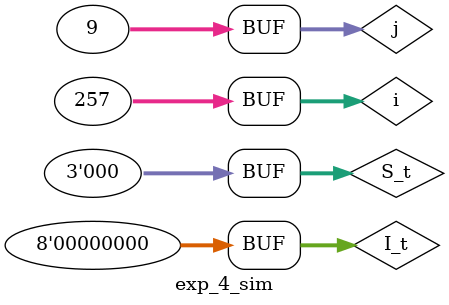
<source format=v>
`timescale 1ns / 1ps


module exp_4_sim(
    );
    reg [7:0] I_t;
    reg [2:0] S_t;
    wire F_t;
    integer i;
    integer j;
        
    exp_4 UUT(
        .I(I_t),
        .S(S_t),
        .F(F_t)
        );
       
    initial begin
        I_t = 3'd0;
        S_t = 3'd0;
        for (i=0; i<=256; i=i+1) begin
             for (j=0; j<=8; j=j+1) begin
                 #10 I_t=i;
                 S_t=j;
             end
        end
    end 
              
endmodule

</source>
